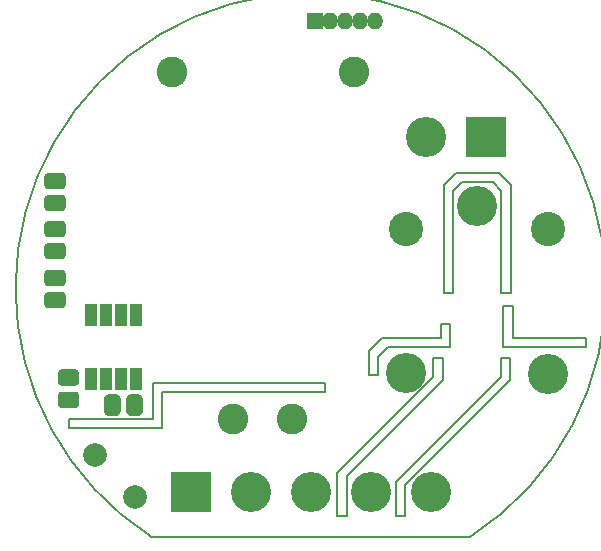
<source format=gts>
G04 #@! TF.GenerationSoftware,KiCad,Pcbnew,(5.0.0)*
G04 #@! TF.CreationDate,2018-11-08T23:55:30+01:00*
G04 #@! TF.ProjectId,ESPAIO,45535041494F2E6B696361645F706362,rev?*
G04 #@! TF.SameCoordinates,Original*
G04 #@! TF.FileFunction,Soldermask,Top*
G04 #@! TF.FilePolarity,Negative*
%FSLAX46Y46*%
G04 Gerber Fmt 4.6, Leading zero omitted, Abs format (unit mm)*
G04 Created by KiCad (PCBNEW (5.0.0)) date 11/08/18 23:55:30*
%MOMM*%
%LPD*%
G01*
G04 APERTURE LIST*
%ADD10C,0.200000*%
%ADD11R,3.400000X3.400000*%
%ADD12C,3.400000*%
%ADD13C,2.000000*%
%ADD14R,1.000000X1.950000*%
%ADD15C,2.600000*%
%ADD16C,2.900000*%
%ADD17C,0.100000*%
%ADD18C,1.375000*%
%ADD19R,1.400000X1.400000*%
%ADD20O,1.400000X1.400000*%
G04 APERTURE END LIST*
D10*
X100266500Y-105600500D02*
X100266500Y-102108000D01*
X107315000Y-105600500D02*
X100266500Y-105600500D01*
X107315000Y-104775000D02*
X107315000Y-105600500D01*
X101092000Y-104775000D02*
X107315000Y-104775000D01*
X101092000Y-102108000D02*
X101092000Y-104775000D01*
X100266500Y-102108000D02*
X101092000Y-102108000D01*
X88900000Y-105918000D02*
X90043000Y-104775000D01*
X89725500Y-106426000D02*
X90551000Y-105600500D01*
X100965000Y-91821000D02*
X100965000Y-100965000D01*
X99441000Y-91630500D02*
X100139500Y-92329000D01*
X99949000Y-90805000D02*
X100965000Y-91821000D01*
X95250000Y-91821000D02*
X96266000Y-90805000D01*
X96075500Y-92329000D02*
X96774000Y-91630500D01*
X96266000Y-90805000D02*
X99949000Y-90805000D01*
X95250000Y-100965000D02*
X95250000Y-91821000D01*
X100139500Y-100965000D02*
X100965000Y-100965000D01*
X100139500Y-92329000D02*
X100139500Y-100965000D01*
X96774000Y-91630500D02*
X99441000Y-91630500D01*
X96075500Y-100965000D02*
X96075500Y-92329000D01*
X95250000Y-100965000D02*
X96075500Y-100965000D01*
X88900000Y-105918000D02*
X88900000Y-107950000D01*
X94996000Y-104775000D02*
X90043000Y-104775000D01*
X94996000Y-103632000D02*
X94996000Y-104775000D01*
X95821500Y-103632000D02*
X94996000Y-103632000D01*
X95821500Y-105600500D02*
X95821500Y-103632000D01*
X90551000Y-105600500D02*
X95821500Y-105600500D01*
X89725500Y-107950000D02*
X89725500Y-106426000D01*
X88900000Y-107950000D02*
X89725500Y-107950000D01*
X70612000Y-108585000D02*
X85217000Y-108585000D01*
X85217000Y-109410500D02*
X71437500Y-109410500D01*
X71437500Y-112458500D02*
X71437500Y-109410500D01*
X63500000Y-112458500D02*
X71437500Y-112458500D01*
X85217000Y-108585000D02*
X85217000Y-109410500D01*
X70612000Y-111633000D02*
X70612000Y-108585000D01*
X63500000Y-111633000D02*
X70612000Y-111633000D01*
X63500000Y-112458500D02*
X63500000Y-111633000D01*
X100076000Y-106489500D02*
X100901500Y-106489500D01*
X94361000Y-106489500D02*
X95186500Y-106489500D01*
X91186000Y-119888000D02*
X92011500Y-119888000D01*
X86233000Y-119888000D02*
X87058500Y-119888000D01*
X100076000Y-108077000D02*
X100076000Y-106489500D01*
X100901500Y-108331000D02*
X92011500Y-117221000D01*
X91186000Y-116967000D02*
X100076000Y-108077000D01*
X100901500Y-106489500D02*
X100901500Y-108331000D01*
X91186000Y-119888000D02*
X91186000Y-116967000D01*
X92011500Y-119888000D02*
X92011500Y-117221000D01*
X95186500Y-108394500D02*
X87058500Y-116522500D01*
X95186500Y-106489500D02*
X95186500Y-108394500D01*
X94361000Y-108077000D02*
X94361000Y-106489500D01*
X86233000Y-116205000D02*
X94361000Y-108077000D01*
X86233000Y-119888000D02*
X86233000Y-116205000D01*
X87058500Y-119888000D02*
X87058500Y-116522500D01*
X70510501Y-121635125D02*
G75*
G02X59010501Y-100593500I13499999J21041625D01*
G01*
X59010500Y-100593500D02*
G75*
G02X97510500Y-121635125I25000000J0D01*
G01*
X70510501Y-121635125D02*
X97510500Y-121635125D01*
D11*
G04 #@! TO.C,J1*
X98806000Y-87757000D03*
D12*
X93726000Y-87757000D03*
G04 #@! TD*
D13*
G04 #@! TO.C,V1*
X65706387Y-114681000D03*
X69148160Y-118307872D03*
G04 #@! TD*
D14*
G04 #@! TO.C,U4*
X69215000Y-102870000D03*
X67945000Y-102870000D03*
X66675000Y-102870000D03*
X65405000Y-102870000D03*
X65405000Y-108270000D03*
X66675000Y-108270000D03*
X67945000Y-108270000D03*
X69215000Y-108270000D03*
G04 #@! TD*
D15*
G04 #@! TO.C,U1*
X77446500Y-111664500D03*
X82446500Y-111664500D03*
X72246500Y-82264500D03*
X87646500Y-82264500D03*
G04 #@! TD*
D16*
G04 #@! TO.C,K1*
X92057500Y-95612500D03*
D12*
X92057500Y-107812500D03*
X104107500Y-107862500D03*
D16*
X104057500Y-95612500D03*
D12*
X98107500Y-93662500D03*
G04 #@! TD*
D17*
G04 #@! TO.C,R19*
G36*
X62946943Y-99039155D02*
X62980312Y-99044105D01*
X63013035Y-99052302D01*
X63044797Y-99063666D01*
X63075293Y-99078090D01*
X63104227Y-99095432D01*
X63131323Y-99115528D01*
X63156318Y-99138182D01*
X63178972Y-99163177D01*
X63199068Y-99190273D01*
X63216410Y-99219207D01*
X63230834Y-99249703D01*
X63242198Y-99281465D01*
X63250395Y-99314188D01*
X63255345Y-99347557D01*
X63257000Y-99381250D01*
X63257000Y-100068750D01*
X63255345Y-100102443D01*
X63250395Y-100135812D01*
X63242198Y-100168535D01*
X63230834Y-100200297D01*
X63216410Y-100230793D01*
X63199068Y-100259727D01*
X63178972Y-100286823D01*
X63156318Y-100311818D01*
X63131323Y-100334472D01*
X63104227Y-100354568D01*
X63075293Y-100371910D01*
X63044797Y-100386334D01*
X63013035Y-100397698D01*
X62980312Y-100405895D01*
X62946943Y-100410845D01*
X62913250Y-100412500D01*
X61800750Y-100412500D01*
X61767057Y-100410845D01*
X61733688Y-100405895D01*
X61700965Y-100397698D01*
X61669203Y-100386334D01*
X61638707Y-100371910D01*
X61609773Y-100354568D01*
X61582677Y-100334472D01*
X61557682Y-100311818D01*
X61535028Y-100286823D01*
X61514932Y-100259727D01*
X61497590Y-100230793D01*
X61483166Y-100200297D01*
X61471802Y-100168535D01*
X61463605Y-100135812D01*
X61458655Y-100102443D01*
X61457000Y-100068750D01*
X61457000Y-99381250D01*
X61458655Y-99347557D01*
X61463605Y-99314188D01*
X61471802Y-99281465D01*
X61483166Y-99249703D01*
X61497590Y-99219207D01*
X61514932Y-99190273D01*
X61535028Y-99163177D01*
X61557682Y-99138182D01*
X61582677Y-99115528D01*
X61609773Y-99095432D01*
X61638707Y-99078090D01*
X61669203Y-99063666D01*
X61700965Y-99052302D01*
X61733688Y-99044105D01*
X61767057Y-99039155D01*
X61800750Y-99037500D01*
X62913250Y-99037500D01*
X62946943Y-99039155D01*
X62946943Y-99039155D01*
G37*
D18*
X62357000Y-99725000D03*
D17*
G36*
X62946943Y-100914155D02*
X62980312Y-100919105D01*
X63013035Y-100927302D01*
X63044797Y-100938666D01*
X63075293Y-100953090D01*
X63104227Y-100970432D01*
X63131323Y-100990528D01*
X63156318Y-101013182D01*
X63178972Y-101038177D01*
X63199068Y-101065273D01*
X63216410Y-101094207D01*
X63230834Y-101124703D01*
X63242198Y-101156465D01*
X63250395Y-101189188D01*
X63255345Y-101222557D01*
X63257000Y-101256250D01*
X63257000Y-101943750D01*
X63255345Y-101977443D01*
X63250395Y-102010812D01*
X63242198Y-102043535D01*
X63230834Y-102075297D01*
X63216410Y-102105793D01*
X63199068Y-102134727D01*
X63178972Y-102161823D01*
X63156318Y-102186818D01*
X63131323Y-102209472D01*
X63104227Y-102229568D01*
X63075293Y-102246910D01*
X63044797Y-102261334D01*
X63013035Y-102272698D01*
X62980312Y-102280895D01*
X62946943Y-102285845D01*
X62913250Y-102287500D01*
X61800750Y-102287500D01*
X61767057Y-102285845D01*
X61733688Y-102280895D01*
X61700965Y-102272698D01*
X61669203Y-102261334D01*
X61638707Y-102246910D01*
X61609773Y-102229568D01*
X61582677Y-102209472D01*
X61557682Y-102186818D01*
X61535028Y-102161823D01*
X61514932Y-102134727D01*
X61497590Y-102105793D01*
X61483166Y-102075297D01*
X61471802Y-102043535D01*
X61463605Y-102010812D01*
X61458655Y-101977443D01*
X61457000Y-101943750D01*
X61457000Y-101256250D01*
X61458655Y-101222557D01*
X61463605Y-101189188D01*
X61471802Y-101156465D01*
X61483166Y-101124703D01*
X61497590Y-101094207D01*
X61514932Y-101065273D01*
X61535028Y-101038177D01*
X61557682Y-101013182D01*
X61582677Y-100990528D01*
X61609773Y-100970432D01*
X61638707Y-100953090D01*
X61669203Y-100938666D01*
X61700965Y-100927302D01*
X61733688Y-100919105D01*
X61767057Y-100914155D01*
X61800750Y-100912500D01*
X62913250Y-100912500D01*
X62946943Y-100914155D01*
X62946943Y-100914155D01*
G37*
D18*
X62357000Y-101600000D03*
G04 #@! TD*
D17*
G04 #@! TO.C,R20*
G36*
X64089943Y-107469655D02*
X64123312Y-107474605D01*
X64156035Y-107482802D01*
X64187797Y-107494166D01*
X64218293Y-107508590D01*
X64247227Y-107525932D01*
X64274323Y-107546028D01*
X64299318Y-107568682D01*
X64321972Y-107593677D01*
X64342068Y-107620773D01*
X64359410Y-107649707D01*
X64373834Y-107680203D01*
X64385198Y-107711965D01*
X64393395Y-107744688D01*
X64398345Y-107778057D01*
X64400000Y-107811750D01*
X64400000Y-108499250D01*
X64398345Y-108532943D01*
X64393395Y-108566312D01*
X64385198Y-108599035D01*
X64373834Y-108630797D01*
X64359410Y-108661293D01*
X64342068Y-108690227D01*
X64321972Y-108717323D01*
X64299318Y-108742318D01*
X64274323Y-108764972D01*
X64247227Y-108785068D01*
X64218293Y-108802410D01*
X64187797Y-108816834D01*
X64156035Y-108828198D01*
X64123312Y-108836395D01*
X64089943Y-108841345D01*
X64056250Y-108843000D01*
X62943750Y-108843000D01*
X62910057Y-108841345D01*
X62876688Y-108836395D01*
X62843965Y-108828198D01*
X62812203Y-108816834D01*
X62781707Y-108802410D01*
X62752773Y-108785068D01*
X62725677Y-108764972D01*
X62700682Y-108742318D01*
X62678028Y-108717323D01*
X62657932Y-108690227D01*
X62640590Y-108661293D01*
X62626166Y-108630797D01*
X62614802Y-108599035D01*
X62606605Y-108566312D01*
X62601655Y-108532943D01*
X62600000Y-108499250D01*
X62600000Y-107811750D01*
X62601655Y-107778057D01*
X62606605Y-107744688D01*
X62614802Y-107711965D01*
X62626166Y-107680203D01*
X62640590Y-107649707D01*
X62657932Y-107620773D01*
X62678028Y-107593677D01*
X62700682Y-107568682D01*
X62725677Y-107546028D01*
X62752773Y-107525932D01*
X62781707Y-107508590D01*
X62812203Y-107494166D01*
X62843965Y-107482802D01*
X62876688Y-107474605D01*
X62910057Y-107469655D01*
X62943750Y-107468000D01*
X64056250Y-107468000D01*
X64089943Y-107469655D01*
X64089943Y-107469655D01*
G37*
D18*
X63500000Y-108155500D03*
D17*
G36*
X64089943Y-109344655D02*
X64123312Y-109349605D01*
X64156035Y-109357802D01*
X64187797Y-109369166D01*
X64218293Y-109383590D01*
X64247227Y-109400932D01*
X64274323Y-109421028D01*
X64299318Y-109443682D01*
X64321972Y-109468677D01*
X64342068Y-109495773D01*
X64359410Y-109524707D01*
X64373834Y-109555203D01*
X64385198Y-109586965D01*
X64393395Y-109619688D01*
X64398345Y-109653057D01*
X64400000Y-109686750D01*
X64400000Y-110374250D01*
X64398345Y-110407943D01*
X64393395Y-110441312D01*
X64385198Y-110474035D01*
X64373834Y-110505797D01*
X64359410Y-110536293D01*
X64342068Y-110565227D01*
X64321972Y-110592323D01*
X64299318Y-110617318D01*
X64274323Y-110639972D01*
X64247227Y-110660068D01*
X64218293Y-110677410D01*
X64187797Y-110691834D01*
X64156035Y-110703198D01*
X64123312Y-110711395D01*
X64089943Y-110716345D01*
X64056250Y-110718000D01*
X62943750Y-110718000D01*
X62910057Y-110716345D01*
X62876688Y-110711395D01*
X62843965Y-110703198D01*
X62812203Y-110691834D01*
X62781707Y-110677410D01*
X62752773Y-110660068D01*
X62725677Y-110639972D01*
X62700682Y-110617318D01*
X62678028Y-110592323D01*
X62657932Y-110565227D01*
X62640590Y-110536293D01*
X62626166Y-110505797D01*
X62614802Y-110474035D01*
X62606605Y-110441312D01*
X62601655Y-110407943D01*
X62600000Y-110374250D01*
X62600000Y-109686750D01*
X62601655Y-109653057D01*
X62606605Y-109619688D01*
X62614802Y-109586965D01*
X62626166Y-109555203D01*
X62640590Y-109524707D01*
X62657932Y-109495773D01*
X62678028Y-109468677D01*
X62700682Y-109443682D01*
X62725677Y-109421028D01*
X62752773Y-109400932D01*
X62781707Y-109383590D01*
X62812203Y-109369166D01*
X62843965Y-109357802D01*
X62876688Y-109349605D01*
X62910057Y-109344655D01*
X62943750Y-109343000D01*
X64056250Y-109343000D01*
X64089943Y-109344655D01*
X64089943Y-109344655D01*
G37*
D18*
X63500000Y-110030500D03*
G04 #@! TD*
D17*
G04 #@! TO.C,R21*
G36*
X62946943Y-94896655D02*
X62980312Y-94901605D01*
X63013035Y-94909802D01*
X63044797Y-94921166D01*
X63075293Y-94935590D01*
X63104227Y-94952932D01*
X63131323Y-94973028D01*
X63156318Y-94995682D01*
X63178972Y-95020677D01*
X63199068Y-95047773D01*
X63216410Y-95076707D01*
X63230834Y-95107203D01*
X63242198Y-95138965D01*
X63250395Y-95171688D01*
X63255345Y-95205057D01*
X63257000Y-95238750D01*
X63257000Y-95926250D01*
X63255345Y-95959943D01*
X63250395Y-95993312D01*
X63242198Y-96026035D01*
X63230834Y-96057797D01*
X63216410Y-96088293D01*
X63199068Y-96117227D01*
X63178972Y-96144323D01*
X63156318Y-96169318D01*
X63131323Y-96191972D01*
X63104227Y-96212068D01*
X63075293Y-96229410D01*
X63044797Y-96243834D01*
X63013035Y-96255198D01*
X62980312Y-96263395D01*
X62946943Y-96268345D01*
X62913250Y-96270000D01*
X61800750Y-96270000D01*
X61767057Y-96268345D01*
X61733688Y-96263395D01*
X61700965Y-96255198D01*
X61669203Y-96243834D01*
X61638707Y-96229410D01*
X61609773Y-96212068D01*
X61582677Y-96191972D01*
X61557682Y-96169318D01*
X61535028Y-96144323D01*
X61514932Y-96117227D01*
X61497590Y-96088293D01*
X61483166Y-96057797D01*
X61471802Y-96026035D01*
X61463605Y-95993312D01*
X61458655Y-95959943D01*
X61457000Y-95926250D01*
X61457000Y-95238750D01*
X61458655Y-95205057D01*
X61463605Y-95171688D01*
X61471802Y-95138965D01*
X61483166Y-95107203D01*
X61497590Y-95076707D01*
X61514932Y-95047773D01*
X61535028Y-95020677D01*
X61557682Y-94995682D01*
X61582677Y-94973028D01*
X61609773Y-94952932D01*
X61638707Y-94935590D01*
X61669203Y-94921166D01*
X61700965Y-94909802D01*
X61733688Y-94901605D01*
X61767057Y-94896655D01*
X61800750Y-94895000D01*
X62913250Y-94895000D01*
X62946943Y-94896655D01*
X62946943Y-94896655D01*
G37*
D18*
X62357000Y-95582500D03*
D17*
G36*
X62946943Y-96771655D02*
X62980312Y-96776605D01*
X63013035Y-96784802D01*
X63044797Y-96796166D01*
X63075293Y-96810590D01*
X63104227Y-96827932D01*
X63131323Y-96848028D01*
X63156318Y-96870682D01*
X63178972Y-96895677D01*
X63199068Y-96922773D01*
X63216410Y-96951707D01*
X63230834Y-96982203D01*
X63242198Y-97013965D01*
X63250395Y-97046688D01*
X63255345Y-97080057D01*
X63257000Y-97113750D01*
X63257000Y-97801250D01*
X63255345Y-97834943D01*
X63250395Y-97868312D01*
X63242198Y-97901035D01*
X63230834Y-97932797D01*
X63216410Y-97963293D01*
X63199068Y-97992227D01*
X63178972Y-98019323D01*
X63156318Y-98044318D01*
X63131323Y-98066972D01*
X63104227Y-98087068D01*
X63075293Y-98104410D01*
X63044797Y-98118834D01*
X63013035Y-98130198D01*
X62980312Y-98138395D01*
X62946943Y-98143345D01*
X62913250Y-98145000D01*
X61800750Y-98145000D01*
X61767057Y-98143345D01*
X61733688Y-98138395D01*
X61700965Y-98130198D01*
X61669203Y-98118834D01*
X61638707Y-98104410D01*
X61609773Y-98087068D01*
X61582677Y-98066972D01*
X61557682Y-98044318D01*
X61535028Y-98019323D01*
X61514932Y-97992227D01*
X61497590Y-97963293D01*
X61483166Y-97932797D01*
X61471802Y-97901035D01*
X61463605Y-97868312D01*
X61458655Y-97834943D01*
X61457000Y-97801250D01*
X61457000Y-97113750D01*
X61458655Y-97080057D01*
X61463605Y-97046688D01*
X61471802Y-97013965D01*
X61483166Y-96982203D01*
X61497590Y-96951707D01*
X61514932Y-96922773D01*
X61535028Y-96895677D01*
X61557682Y-96870682D01*
X61582677Y-96848028D01*
X61609773Y-96827932D01*
X61638707Y-96810590D01*
X61669203Y-96796166D01*
X61700965Y-96784802D01*
X61733688Y-96776605D01*
X61767057Y-96771655D01*
X61800750Y-96770000D01*
X62913250Y-96770000D01*
X62946943Y-96771655D01*
X62946943Y-96771655D01*
G37*
D18*
X62357000Y-97457500D03*
G04 #@! TD*
D17*
G04 #@! TO.C,R22*
G36*
X62946943Y-90832655D02*
X62980312Y-90837605D01*
X63013035Y-90845802D01*
X63044797Y-90857166D01*
X63075293Y-90871590D01*
X63104227Y-90888932D01*
X63131323Y-90909028D01*
X63156318Y-90931682D01*
X63178972Y-90956677D01*
X63199068Y-90983773D01*
X63216410Y-91012707D01*
X63230834Y-91043203D01*
X63242198Y-91074965D01*
X63250395Y-91107688D01*
X63255345Y-91141057D01*
X63257000Y-91174750D01*
X63257000Y-91862250D01*
X63255345Y-91895943D01*
X63250395Y-91929312D01*
X63242198Y-91962035D01*
X63230834Y-91993797D01*
X63216410Y-92024293D01*
X63199068Y-92053227D01*
X63178972Y-92080323D01*
X63156318Y-92105318D01*
X63131323Y-92127972D01*
X63104227Y-92148068D01*
X63075293Y-92165410D01*
X63044797Y-92179834D01*
X63013035Y-92191198D01*
X62980312Y-92199395D01*
X62946943Y-92204345D01*
X62913250Y-92206000D01*
X61800750Y-92206000D01*
X61767057Y-92204345D01*
X61733688Y-92199395D01*
X61700965Y-92191198D01*
X61669203Y-92179834D01*
X61638707Y-92165410D01*
X61609773Y-92148068D01*
X61582677Y-92127972D01*
X61557682Y-92105318D01*
X61535028Y-92080323D01*
X61514932Y-92053227D01*
X61497590Y-92024293D01*
X61483166Y-91993797D01*
X61471802Y-91962035D01*
X61463605Y-91929312D01*
X61458655Y-91895943D01*
X61457000Y-91862250D01*
X61457000Y-91174750D01*
X61458655Y-91141057D01*
X61463605Y-91107688D01*
X61471802Y-91074965D01*
X61483166Y-91043203D01*
X61497590Y-91012707D01*
X61514932Y-90983773D01*
X61535028Y-90956677D01*
X61557682Y-90931682D01*
X61582677Y-90909028D01*
X61609773Y-90888932D01*
X61638707Y-90871590D01*
X61669203Y-90857166D01*
X61700965Y-90845802D01*
X61733688Y-90837605D01*
X61767057Y-90832655D01*
X61800750Y-90831000D01*
X62913250Y-90831000D01*
X62946943Y-90832655D01*
X62946943Y-90832655D01*
G37*
D18*
X62357000Y-91518500D03*
D17*
G36*
X62946943Y-92707655D02*
X62980312Y-92712605D01*
X63013035Y-92720802D01*
X63044797Y-92732166D01*
X63075293Y-92746590D01*
X63104227Y-92763932D01*
X63131323Y-92784028D01*
X63156318Y-92806682D01*
X63178972Y-92831677D01*
X63199068Y-92858773D01*
X63216410Y-92887707D01*
X63230834Y-92918203D01*
X63242198Y-92949965D01*
X63250395Y-92982688D01*
X63255345Y-93016057D01*
X63257000Y-93049750D01*
X63257000Y-93737250D01*
X63255345Y-93770943D01*
X63250395Y-93804312D01*
X63242198Y-93837035D01*
X63230834Y-93868797D01*
X63216410Y-93899293D01*
X63199068Y-93928227D01*
X63178972Y-93955323D01*
X63156318Y-93980318D01*
X63131323Y-94002972D01*
X63104227Y-94023068D01*
X63075293Y-94040410D01*
X63044797Y-94054834D01*
X63013035Y-94066198D01*
X62980312Y-94074395D01*
X62946943Y-94079345D01*
X62913250Y-94081000D01*
X61800750Y-94081000D01*
X61767057Y-94079345D01*
X61733688Y-94074395D01*
X61700965Y-94066198D01*
X61669203Y-94054834D01*
X61638707Y-94040410D01*
X61609773Y-94023068D01*
X61582677Y-94002972D01*
X61557682Y-93980318D01*
X61535028Y-93955323D01*
X61514932Y-93928227D01*
X61497590Y-93899293D01*
X61483166Y-93868797D01*
X61471802Y-93837035D01*
X61463605Y-93804312D01*
X61458655Y-93770943D01*
X61457000Y-93737250D01*
X61457000Y-93049750D01*
X61458655Y-93016057D01*
X61463605Y-92982688D01*
X61471802Y-92949965D01*
X61483166Y-92918203D01*
X61497590Y-92887707D01*
X61514932Y-92858773D01*
X61535028Y-92831677D01*
X61557682Y-92806682D01*
X61582677Y-92784028D01*
X61609773Y-92763932D01*
X61638707Y-92746590D01*
X61669203Y-92732166D01*
X61700965Y-92720802D01*
X61733688Y-92712605D01*
X61767057Y-92707655D01*
X61800750Y-92706000D01*
X62913250Y-92706000D01*
X62946943Y-92707655D01*
X62946943Y-92707655D01*
G37*
D18*
X62357000Y-93393500D03*
G04 #@! TD*
D17*
G04 #@! TO.C,R4*
G36*
X69465443Y-109591655D02*
X69498812Y-109596605D01*
X69531535Y-109604802D01*
X69563297Y-109616166D01*
X69593793Y-109630590D01*
X69622727Y-109647932D01*
X69649823Y-109668028D01*
X69674818Y-109690682D01*
X69697472Y-109715677D01*
X69717568Y-109742773D01*
X69734910Y-109771707D01*
X69749334Y-109802203D01*
X69760698Y-109833965D01*
X69768895Y-109866688D01*
X69773845Y-109900057D01*
X69775500Y-109933750D01*
X69775500Y-111046250D01*
X69773845Y-111079943D01*
X69768895Y-111113312D01*
X69760698Y-111146035D01*
X69749334Y-111177797D01*
X69734910Y-111208293D01*
X69717568Y-111237227D01*
X69697472Y-111264323D01*
X69674818Y-111289318D01*
X69649823Y-111311972D01*
X69622727Y-111332068D01*
X69593793Y-111349410D01*
X69563297Y-111363834D01*
X69531535Y-111375198D01*
X69498812Y-111383395D01*
X69465443Y-111388345D01*
X69431750Y-111390000D01*
X68744250Y-111390000D01*
X68710557Y-111388345D01*
X68677188Y-111383395D01*
X68644465Y-111375198D01*
X68612703Y-111363834D01*
X68582207Y-111349410D01*
X68553273Y-111332068D01*
X68526177Y-111311972D01*
X68501182Y-111289318D01*
X68478528Y-111264323D01*
X68458432Y-111237227D01*
X68441090Y-111208293D01*
X68426666Y-111177797D01*
X68415302Y-111146035D01*
X68407105Y-111113312D01*
X68402155Y-111079943D01*
X68400500Y-111046250D01*
X68400500Y-109933750D01*
X68402155Y-109900057D01*
X68407105Y-109866688D01*
X68415302Y-109833965D01*
X68426666Y-109802203D01*
X68441090Y-109771707D01*
X68458432Y-109742773D01*
X68478528Y-109715677D01*
X68501182Y-109690682D01*
X68526177Y-109668028D01*
X68553273Y-109647932D01*
X68582207Y-109630590D01*
X68612703Y-109616166D01*
X68644465Y-109604802D01*
X68677188Y-109596605D01*
X68710557Y-109591655D01*
X68744250Y-109590000D01*
X69431750Y-109590000D01*
X69465443Y-109591655D01*
X69465443Y-109591655D01*
G37*
D18*
X69088000Y-110490000D03*
D17*
G36*
X67590443Y-109591655D02*
X67623812Y-109596605D01*
X67656535Y-109604802D01*
X67688297Y-109616166D01*
X67718793Y-109630590D01*
X67747727Y-109647932D01*
X67774823Y-109668028D01*
X67799818Y-109690682D01*
X67822472Y-109715677D01*
X67842568Y-109742773D01*
X67859910Y-109771707D01*
X67874334Y-109802203D01*
X67885698Y-109833965D01*
X67893895Y-109866688D01*
X67898845Y-109900057D01*
X67900500Y-109933750D01*
X67900500Y-111046250D01*
X67898845Y-111079943D01*
X67893895Y-111113312D01*
X67885698Y-111146035D01*
X67874334Y-111177797D01*
X67859910Y-111208293D01*
X67842568Y-111237227D01*
X67822472Y-111264323D01*
X67799818Y-111289318D01*
X67774823Y-111311972D01*
X67747727Y-111332068D01*
X67718793Y-111349410D01*
X67688297Y-111363834D01*
X67656535Y-111375198D01*
X67623812Y-111383395D01*
X67590443Y-111388345D01*
X67556750Y-111390000D01*
X66869250Y-111390000D01*
X66835557Y-111388345D01*
X66802188Y-111383395D01*
X66769465Y-111375198D01*
X66737703Y-111363834D01*
X66707207Y-111349410D01*
X66678273Y-111332068D01*
X66651177Y-111311972D01*
X66626182Y-111289318D01*
X66603528Y-111264323D01*
X66583432Y-111237227D01*
X66566090Y-111208293D01*
X66551666Y-111177797D01*
X66540302Y-111146035D01*
X66532105Y-111113312D01*
X66527155Y-111079943D01*
X66525500Y-111046250D01*
X66525500Y-109933750D01*
X66527155Y-109900057D01*
X66532105Y-109866688D01*
X66540302Y-109833965D01*
X66551666Y-109802203D01*
X66566090Y-109771707D01*
X66583432Y-109742773D01*
X66603528Y-109715677D01*
X66626182Y-109690682D01*
X66651177Y-109668028D01*
X66678273Y-109647932D01*
X66707207Y-109630590D01*
X66737703Y-109616166D01*
X66769465Y-109604802D01*
X66802188Y-109596605D01*
X66835557Y-109591655D01*
X66869250Y-109590000D01*
X67556750Y-109590000D01*
X67590443Y-109591655D01*
X67590443Y-109591655D01*
G37*
D18*
X67213000Y-110490000D03*
G04 #@! TD*
D12*
G04 #@! TO.C,J3*
X78930500Y-117856000D03*
X84010500Y-117856000D03*
D11*
X73850500Y-117856000D03*
D12*
X89090500Y-117856000D03*
X94170500Y-117856000D03*
G04 #@! TD*
D19*
G04 #@! TO.C,J2*
X84328000Y-77978000D03*
D20*
X85598000Y-77978000D03*
X86868000Y-77978000D03*
X88138000Y-77978000D03*
X89408000Y-77978000D03*
G04 #@! TD*
M02*

</source>
